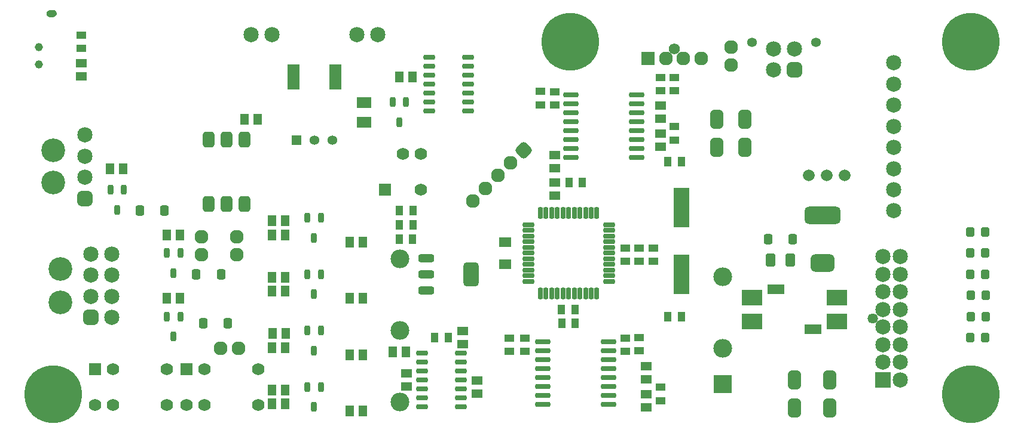
<source format=gts>
G04*
G04 #@! TF.GenerationSoftware,Altium Limited,Altium Designer,22.7.1 (60)*
G04*
G04 Layer_Color=8388736*
%FSLAX44Y44*%
%MOMM*%
G71*
G04*
G04 #@! TF.SameCoordinates,F110A0D0-B471-48EF-BBF6-E10C2EB46B9C*
G04*
G04*
G04 #@! TF.FilePolarity,Negative*
G04*
G01*
G75*
%ADD17C,1.0000*%
G04:AMPARAMS|DCode=42|XSize=1.66mm|YSize=2.26mm|CornerRadius=0.455mm|HoleSize=0mm|Usage=FLASHONLY|Rotation=0.000|XOffset=0mm|YOffset=0mm|HoleType=Round|Shape=RoundedRectangle|*
%AMROUNDEDRECTD42*
21,1,1.6600,1.3500,0,0,0.0*
21,1,0.7500,2.2600,0,0,0.0*
1,1,0.9100,0.3750,-0.6750*
1,1,0.9100,-0.3750,-0.6750*
1,1,0.9100,-0.3750,0.6750*
1,1,0.9100,0.3750,0.6750*
%
%ADD42ROUNDEDRECTD42*%
G04:AMPARAMS|DCode=43|XSize=0.81mm|YSize=1.41mm|CornerRadius=0.2425mm|HoleSize=0mm|Usage=FLASHONLY|Rotation=0.000|XOffset=0mm|YOffset=0mm|HoleType=Round|Shape=RoundedRectangle|*
%AMROUNDEDRECTD43*
21,1,0.8100,0.9250,0,0,0.0*
21,1,0.3250,1.4100,0,0,0.0*
1,1,0.4850,0.1625,-0.4625*
1,1,0.4850,-0.1625,-0.4625*
1,1,0.4850,-0.1625,0.4625*
1,1,0.4850,0.1625,0.4625*
%
%ADD43ROUNDEDRECTD43*%
%ADD44R,1.3100X1.5100*%
%ADD45R,1.0600X1.4600*%
%ADD46R,1.5100X1.3100*%
G04:AMPARAMS|DCode=47|XSize=0.76mm|YSize=1.61mm|CornerRadius=0.23mm|HoleSize=0mm|Usage=FLASHONLY|Rotation=90.000|XOffset=0mm|YOffset=0mm|HoleType=Round|Shape=RoundedRectangle|*
%AMROUNDEDRECTD47*
21,1,0.7600,1.1500,0,0,90.0*
21,1,0.3000,1.6100,0,0,90.0*
1,1,0.4600,0.5750,0.1500*
1,1,0.4600,0.5750,-0.1500*
1,1,0.4600,-0.5750,-0.1500*
1,1,0.4600,-0.5750,0.1500*
%
%ADD47ROUNDEDRECTD47*%
G04:AMPARAMS|DCode=48|XSize=1.16mm|YSize=2.26mm|CornerRadius=0.33mm|HoleSize=0mm|Usage=FLASHONLY|Rotation=90.000|XOffset=0mm|YOffset=0mm|HoleType=Round|Shape=RoundedRectangle|*
%AMROUNDEDRECTD48*
21,1,1.1600,1.6000,0,0,90.0*
21,1,0.5000,2.2600,0,0,90.0*
1,1,0.6600,0.8000,0.2500*
1,1,0.6600,0.8000,-0.2500*
1,1,0.6600,-0.8000,-0.2500*
1,1,0.6600,-0.8000,0.2500*
%
%ADD48ROUNDEDRECTD48*%
G04:AMPARAMS|DCode=49|XSize=3.46mm|YSize=2.26mm|CornerRadius=0.605mm|HoleSize=0mm|Usage=FLASHONLY|Rotation=90.000|XOffset=0mm|YOffset=0mm|HoleType=Round|Shape=RoundedRectangle|*
%AMROUNDEDRECTD49*
21,1,3.4600,1.0500,0,0,90.0*
21,1,2.2500,2.2600,0,0,90.0*
1,1,1.2100,0.5250,1.1250*
1,1,1.2100,0.5250,-1.1250*
1,1,1.2100,-0.5250,-1.1250*
1,1,1.2100,-0.5250,1.1250*
%
%ADD49ROUNDEDRECTD49*%
G04:AMPARAMS|DCode=50|XSize=1.36mm|YSize=1.26mm|CornerRadius=0.355mm|HoleSize=0mm|Usage=FLASHONLY|Rotation=270.000|XOffset=0mm|YOffset=0mm|HoleType=Round|Shape=RoundedRectangle|*
%AMROUNDEDRECTD50*
21,1,1.3600,0.5500,0,0,270.0*
21,1,0.6500,1.2600,0,0,270.0*
1,1,0.7100,-0.2750,-0.3250*
1,1,0.7100,-0.2750,0.3250*
1,1,0.7100,0.2750,0.3250*
1,1,0.7100,0.2750,-0.3250*
%
%ADD50ROUNDEDRECTD50*%
%ADD51R,1.4600X1.0600*%
%ADD52R,1.7600X1.3600*%
G04:AMPARAMS|DCode=53|XSize=0.76mm|YSize=2.16mm|CornerRadius=0.23mm|HoleSize=0mm|Usage=FLASHONLY|Rotation=90.000|XOffset=0mm|YOffset=0mm|HoleType=Round|Shape=RoundedRectangle|*
%AMROUNDEDRECTD53*
21,1,0.7600,1.7000,0,0,90.0*
21,1,0.3000,2.1600,0,0,90.0*
1,1,0.4600,0.8500,0.1500*
1,1,0.4600,0.8500,-0.1500*
1,1,0.4600,-0.8500,-0.1500*
1,1,0.4600,-0.8500,0.1500*
%
%ADD53ROUNDEDRECTD53*%
G04:AMPARAMS|DCode=54|XSize=0.71mm|YSize=1.66mm|CornerRadius=0.2175mm|HoleSize=0mm|Usage=FLASHONLY|Rotation=90.000|XOffset=0mm|YOffset=0mm|HoleType=Round|Shape=RoundedRectangle|*
%AMROUNDEDRECTD54*
21,1,0.7100,1.2250,0,0,90.0*
21,1,0.2750,1.6600,0,0,90.0*
1,1,0.4350,0.6125,0.1375*
1,1,0.4350,0.6125,-0.1375*
1,1,0.4350,-0.6125,-0.1375*
1,1,0.4350,-0.6125,0.1375*
%
%ADD54ROUNDEDRECTD54*%
G04:AMPARAMS|DCode=55|XSize=0.71mm|YSize=1.66mm|CornerRadius=0.2175mm|HoleSize=0mm|Usage=FLASHONLY|Rotation=0.000|XOffset=0mm|YOffset=0mm|HoleType=Round|Shape=RoundedRectangle|*
%AMROUNDEDRECTD55*
21,1,0.7100,1.2250,0,0,0.0*
21,1,0.2750,1.6600,0,0,0.0*
1,1,0.4350,0.1375,-0.6125*
1,1,0.4350,-0.1375,-0.6125*
1,1,0.4350,-0.1375,0.6125*
1,1,0.4350,0.1375,0.6125*
%
%ADD55ROUNDEDRECTD55*%
%ADD56R,2.1100X1.5600*%
%ADD57R,1.6600X3.6600*%
G04:AMPARAMS|DCode=58|XSize=1.46mm|YSize=1.26mm|CornerRadius=0.355mm|HoleSize=0mm|Usage=FLASHONLY|Rotation=270.000|XOffset=0mm|YOffset=0mm|HoleType=Round|Shape=RoundedRectangle|*
%AMROUNDEDRECTD58*
21,1,1.4600,0.5500,0,0,270.0*
21,1,0.7500,1.2600,0,0,270.0*
1,1,0.7100,-0.2750,-0.3750*
1,1,0.7100,-0.2750,0.3750*
1,1,0.7100,0.2750,0.3750*
1,1,0.7100,0.2750,-0.3750*
%
%ADD58ROUNDEDRECTD58*%
%ADD59R,2.3600X1.4600*%
G04:AMPARAMS|DCode=60|XSize=1.91mm|YSize=1.41mm|CornerRadius=0.3925mm|HoleSize=0mm|Usage=FLASHONLY|Rotation=90.000|XOffset=0mm|YOffset=0mm|HoleType=Round|Shape=RoundedRectangle|*
%AMROUNDEDRECTD60*
21,1,1.9100,0.6250,0,0,90.0*
21,1,1.1250,1.4100,0,0,90.0*
1,1,0.7850,0.3125,0.5625*
1,1,0.7850,0.3125,-0.5625*
1,1,0.7850,-0.3125,-0.5625*
1,1,0.7850,-0.3125,0.5625*
%
%ADD60ROUNDEDRECTD60*%
G04:AMPARAMS|DCode=61|XSize=5.16mm|YSize=2.46mm|CornerRadius=0.655mm|HoleSize=0mm|Usage=FLASHONLY|Rotation=0.000|XOffset=0mm|YOffset=0mm|HoleType=Round|Shape=RoundedRectangle|*
%AMROUNDEDRECTD61*
21,1,5.1600,1.1500,0,0,0.0*
21,1,3.8500,2.4600,0,0,0.0*
1,1,1.3100,1.9250,-0.5750*
1,1,1.3100,-1.9250,-0.5750*
1,1,1.3100,-1.9250,0.5750*
1,1,1.3100,1.9250,0.5750*
%
%ADD61ROUNDEDRECTD61*%
G04:AMPARAMS|DCode=62|XSize=3.46mm|YSize=2.46mm|CornerRadius=0.655mm|HoleSize=0mm|Usage=FLASHONLY|Rotation=0.000|XOffset=0mm|YOffset=0mm|HoleType=Round|Shape=RoundedRectangle|*
%AMROUNDEDRECTD62*
21,1,3.4600,1.1500,0,0,0.0*
21,1,2.1500,2.4600,0,0,0.0*
1,1,1.3100,1.0750,-0.5750*
1,1,1.3100,-1.0750,-0.5750*
1,1,1.3100,-1.0750,0.5750*
1,1,1.3100,1.0750,0.5750*
%
%ADD62ROUNDEDRECTD62*%
%ADD63R,2.9600X2.1600*%
G04:AMPARAMS|DCode=64|XSize=1.86mm|YSize=2.66mm|CornerRadius=0.505mm|HoleSize=0mm|Usage=FLASHONLY|Rotation=180.000|XOffset=0mm|YOffset=0mm|HoleType=Round|Shape=RoundedRectangle|*
%AMROUNDEDRECTD64*
21,1,1.8600,1.6500,0,0,180.0*
21,1,0.8500,2.6600,0,0,180.0*
1,1,1.0100,-0.4250,0.8250*
1,1,1.0100,0.4250,0.8250*
1,1,1.0100,0.4250,-0.8250*
1,1,1.0100,-0.4250,-0.8250*
%
%ADD64ROUNDEDRECTD64*%
%ADD65R,2.1600X5.6600*%
%ADD66C,2.1600*%
%ADD67R,2.1600X2.1600*%
%ADD68C,1.4600*%
%ADD69C,2.6600*%
%ADD70R,2.6600X2.6600*%
%ADD71C,1.7600*%
%ADD72R,1.7600X1.7600*%
%ADD73C,1.9600*%
G04:AMPARAMS|DCode=74|XSize=2.16mm|YSize=2.16mm|CornerRadius=0.58mm|HoleSize=0mm|Usage=FLASHONLY|Rotation=270.000|XOffset=0mm|YOffset=0mm|HoleType=Round|Shape=RoundedRectangle|*
%AMROUNDEDRECTD74*
21,1,2.1600,1.0000,0,0,270.0*
21,1,1.0000,2.1600,0,0,270.0*
1,1,1.1600,-0.5000,-0.5000*
1,1,1.1600,-0.5000,0.5000*
1,1,1.1600,0.5000,0.5000*
1,1,1.1600,0.5000,-0.5000*
%
%ADD74ROUNDEDRECTD74*%
%ADD75C,3.3600*%
%ADD76C,1.3600*%
%ADD77C,1.5600*%
%ADD78R,1.9600X1.9600*%
%ADD79C,1.6600*%
%ADD80C,8.1600*%
%ADD81C,1.1600*%
G04:AMPARAMS|DCode=82|XSize=1.96mm|YSize=1.96mm|CornerRadius=0.53mm|HoleSize=0mm|Usage=FLASHONLY|Rotation=315.000|XOffset=0mm|YOffset=0mm|HoleType=Round|Shape=RoundedRectangle|*
%AMROUNDEDRECTD82*
21,1,1.9600,0.9000,0,0,315.0*
21,1,0.9000,1.9600,0,0,315.0*
1,1,1.0600,0.0000,-0.6364*
1,1,1.0600,-0.6364,0.0000*
1,1,1.0600,0.0000,0.6364*
1,1,1.0600,0.6364,0.0000*
%
%ADD82ROUNDEDRECTD82*%
%ADD83R,1.3600X1.3600*%
G04:AMPARAMS|DCode=84|XSize=2.16mm|YSize=2.16mm|CornerRadius=0.58mm|HoleSize=0mm|Usage=FLASHONLY|Rotation=180.000|XOffset=0mm|YOffset=0mm|HoleType=Round|Shape=RoundedRectangle|*
%AMROUNDEDRECTD84*
21,1,2.1600,1.0000,0,0,180.0*
21,1,1.0000,2.1600,0,0,180.0*
1,1,1.1600,-0.5000,0.5000*
1,1,1.1600,0.5000,0.5000*
1,1,1.1600,0.5000,-0.5000*
1,1,1.1600,-0.5000,-0.5000*
%
%ADD84ROUNDEDRECTD84*%
D17*
X50000Y590000D02*
G03*
X45466Y589742I0J-40000D01*
G01*
D42*
X320800Y411000D02*
D03*
X295400D02*
D03*
X270000D02*
D03*
X320800Y320000D02*
D03*
X295400D02*
D03*
X270000D02*
D03*
D43*
X419500Y271500D02*
D03*
X410000Y300000D02*
D03*
X429000D02*
D03*
X220500Y221500D02*
D03*
X211000Y250000D02*
D03*
X230000D02*
D03*
X220500Y131500D02*
D03*
X211000Y160000D02*
D03*
X230000D02*
D03*
X419500Y31500D02*
D03*
X410000Y60000D02*
D03*
X429000D02*
D03*
X419500Y111500D02*
D03*
X410000Y140000D02*
D03*
X429000D02*
D03*
X419500Y191500D02*
D03*
X410000Y220000D02*
D03*
X429000D02*
D03*
X540000Y435750D02*
D03*
X530500Y464250D02*
D03*
X549500D02*
D03*
X140500Y311500D02*
D03*
X131000Y340000D02*
D03*
X150000D02*
D03*
D44*
X229750Y185750D02*
D03*
X211250D02*
D03*
X530750Y110000D02*
D03*
X549250D02*
D03*
X540000Y500000D02*
D03*
X558500D02*
D03*
X149250Y370000D02*
D03*
X130750D02*
D03*
X229750Y275750D02*
D03*
X211250D02*
D03*
X488750Y265750D02*
D03*
X470250D02*
D03*
X488750Y105750D02*
D03*
X470250D02*
D03*
X488750Y25750D02*
D03*
X470250D02*
D03*
X488750Y185750D02*
D03*
X470250D02*
D03*
X378750Y275750D02*
D03*
X360250D02*
D03*
X378750Y195750D02*
D03*
X360250D02*
D03*
X378750Y215750D02*
D03*
X360250D02*
D03*
X378750Y295750D02*
D03*
X360250D02*
D03*
X379500Y135750D02*
D03*
X361000D02*
D03*
X378750Y115750D02*
D03*
X360250D02*
D03*
X378750Y55750D02*
D03*
X360250D02*
D03*
X378750Y35750D02*
D03*
X360250D02*
D03*
X339250Y440000D02*
D03*
X320750D02*
D03*
D45*
X789000Y170000D02*
D03*
X770000D02*
D03*
X789500Y150000D02*
D03*
X770500D02*
D03*
X590500Y130000D02*
D03*
X609500D02*
D03*
X780500Y350000D02*
D03*
X799500D02*
D03*
X540000Y270000D02*
D03*
X559000D02*
D03*
X540500Y290000D02*
D03*
X559500D02*
D03*
X540500Y310000D02*
D03*
X559500D02*
D03*
X920500Y380000D02*
D03*
X939500D02*
D03*
X920500Y160000D02*
D03*
X939500D02*
D03*
D46*
X630000Y139250D02*
D03*
Y120750D02*
D03*
X550000Y60750D02*
D03*
Y79250D02*
D03*
X650000Y69250D02*
D03*
Y50750D02*
D03*
X760000Y389250D02*
D03*
Y370750D02*
D03*
Y350000D02*
D03*
Y331500D02*
D03*
X90000Y519250D02*
D03*
Y500750D02*
D03*
X910000Y459250D02*
D03*
Y440750D02*
D03*
Y419250D02*
D03*
Y400750D02*
D03*
X890000Y89250D02*
D03*
Y70750D02*
D03*
Y49250D02*
D03*
Y30750D02*
D03*
D47*
X627250Y31900D02*
D03*
Y44600D02*
D03*
Y57300D02*
D03*
Y70000D02*
D03*
Y82700D02*
D03*
Y95400D02*
D03*
Y108100D02*
D03*
X572750Y31900D02*
D03*
Y44600D02*
D03*
Y57300D02*
D03*
Y70000D02*
D03*
Y82700D02*
D03*
Y95400D02*
D03*
Y108100D02*
D03*
X637250Y451900D02*
D03*
Y464600D02*
D03*
Y477300D02*
D03*
Y490000D02*
D03*
Y502700D02*
D03*
Y515400D02*
D03*
Y528100D02*
D03*
X582750Y451900D02*
D03*
Y464600D02*
D03*
Y477300D02*
D03*
Y490000D02*
D03*
Y502700D02*
D03*
Y515400D02*
D03*
Y528100D02*
D03*
D48*
X578500Y243000D02*
D03*
Y220000D02*
D03*
Y197000D02*
D03*
D49*
X641500Y220000D02*
D03*
D50*
X1370000Y280000D02*
D03*
X1349000D02*
D03*
X1370000Y250000D02*
D03*
X1349000D02*
D03*
X1370000Y220000D02*
D03*
X1349000D02*
D03*
X1370500Y190000D02*
D03*
X1349500D02*
D03*
X1370500Y160000D02*
D03*
X1349500D02*
D03*
X1370000Y130000D02*
D03*
X1349000D02*
D03*
D51*
X860000Y238000D02*
D03*
Y257000D02*
D03*
X880000Y238000D02*
D03*
Y257000D02*
D03*
X900000Y238000D02*
D03*
Y257000D02*
D03*
X930000Y499500D02*
D03*
Y480500D02*
D03*
X910000Y499500D02*
D03*
Y480500D02*
D03*
X740000Y460500D02*
D03*
Y479500D02*
D03*
X760000Y460000D02*
D03*
Y479000D02*
D03*
X880000Y130000D02*
D03*
Y111000D02*
D03*
X860000Y129500D02*
D03*
Y110500D02*
D03*
X695999D02*
D03*
Y129500D02*
D03*
X717999Y110500D02*
D03*
Y129500D02*
D03*
X90000Y559500D02*
D03*
Y540500D02*
D03*
X930000Y429500D02*
D03*
Y410500D02*
D03*
X910000Y59500D02*
D03*
Y40500D02*
D03*
D52*
X690000Y265500D02*
D03*
Y234500D02*
D03*
D53*
X876500Y385550D02*
D03*
Y398250D02*
D03*
Y410950D02*
D03*
Y423650D02*
D03*
Y436350D02*
D03*
Y449050D02*
D03*
Y461750D02*
D03*
Y474450D02*
D03*
X783500Y385550D02*
D03*
Y398250D02*
D03*
Y410950D02*
D03*
Y423650D02*
D03*
Y436350D02*
D03*
Y449050D02*
D03*
Y461750D02*
D03*
Y474450D02*
D03*
X836500Y35550D02*
D03*
Y48250D02*
D03*
Y60950D02*
D03*
Y73650D02*
D03*
Y86350D02*
D03*
Y99050D02*
D03*
Y111750D02*
D03*
Y124450D02*
D03*
X743500Y35550D02*
D03*
Y48250D02*
D03*
Y60950D02*
D03*
Y73650D02*
D03*
Y86350D02*
D03*
Y99050D02*
D03*
Y111750D02*
D03*
Y124450D02*
D03*
D54*
X723000Y290000D02*
D03*
Y282000D02*
D03*
Y274000D02*
D03*
Y266000D02*
D03*
Y258000D02*
D03*
Y250000D02*
D03*
Y242000D02*
D03*
Y234000D02*
D03*
Y226000D02*
D03*
Y218000D02*
D03*
Y210000D02*
D03*
X837000D02*
D03*
Y218000D02*
D03*
Y226000D02*
D03*
Y234000D02*
D03*
Y242000D02*
D03*
Y250000D02*
D03*
Y258000D02*
D03*
Y266000D02*
D03*
Y274000D02*
D03*
Y282000D02*
D03*
Y290000D02*
D03*
D55*
X740000Y193000D02*
D03*
X748000D02*
D03*
X756000D02*
D03*
X764000D02*
D03*
X772000D02*
D03*
X780000D02*
D03*
X788000D02*
D03*
X796000D02*
D03*
X804000D02*
D03*
X812000D02*
D03*
X820000D02*
D03*
Y307000D02*
D03*
X812000D02*
D03*
X804000D02*
D03*
X796000D02*
D03*
X788000D02*
D03*
X780000D02*
D03*
X772000D02*
D03*
X764000D02*
D03*
X756000D02*
D03*
X748000D02*
D03*
X740000D02*
D03*
D56*
X490000Y464000D02*
D03*
Y436000D02*
D03*
D57*
X390000Y500000D02*
D03*
X450000D02*
D03*
D58*
X172500Y310000D02*
D03*
X207500D02*
D03*
X262500Y150000D02*
D03*
X297500D02*
D03*
X252500Y220000D02*
D03*
X287500D02*
D03*
X1097500Y270000D02*
D03*
X1062500D02*
D03*
D59*
X1073500Y198250D02*
D03*
X1126433Y141683D02*
D03*
D60*
X1065750Y240000D02*
D03*
X1094250D02*
D03*
D61*
X1140000Y304000D02*
D03*
D62*
Y236000D02*
D03*
D63*
X1160000Y153250D02*
D03*
Y186750D02*
D03*
X1040000Y153250D02*
D03*
Y186750D02*
D03*
D64*
X990000Y400500D02*
D03*
Y440000D02*
D03*
X1030000Y400250D02*
D03*
Y439750D02*
D03*
X1100000Y30250D02*
D03*
Y69750D02*
D03*
X1150000Y30250D02*
D03*
Y69750D02*
D03*
D65*
X940000Y220000D02*
D03*
Y315000D02*
D03*
D66*
X1250000Y245000D02*
D03*
X1225000Y220000D02*
D03*
X1250000D02*
D03*
X1225000Y195000D02*
D03*
X1250000D02*
D03*
X1225000Y170000D02*
D03*
X1250000D02*
D03*
X1225000Y145000D02*
D03*
X1250000Y70000D02*
D03*
Y95000D02*
D03*
X1225000D02*
D03*
Y120000D02*
D03*
Y245000D02*
D03*
X1250000Y145000D02*
D03*
Y120000D02*
D03*
X95000Y417600D02*
D03*
Y387600D02*
D03*
Y357600D02*
D03*
X1100000Y540000D02*
D03*
X1070000Y510000D02*
D03*
Y540000D02*
D03*
X103200Y218500D02*
D03*
X133200D02*
D03*
Y158500D02*
D03*
Y188500D02*
D03*
Y248500D02*
D03*
X103200Y188500D02*
D03*
Y248500D02*
D03*
X510000Y560000D02*
D03*
X480000D02*
D03*
X360000D02*
D03*
X330000D02*
D03*
X1240000Y490000D02*
D03*
Y520000D02*
D03*
Y460000D02*
D03*
Y430000D02*
D03*
Y400000D02*
D03*
Y370000D02*
D03*
Y340000D02*
D03*
Y310000D02*
D03*
D67*
X1225000Y70000D02*
D03*
D68*
X1211195Y157500D02*
D03*
D69*
X541400Y241600D02*
D03*
Y140000D02*
D03*
X998600Y216200D02*
D03*
Y114600D02*
D03*
X541400Y38400D02*
D03*
D70*
X998600Y63800D02*
D03*
D71*
X210800Y34600D02*
D03*
X134600D02*
D03*
X109200D02*
D03*
X210800Y85400D02*
D03*
X134600D02*
D03*
X340800Y34600D02*
D03*
X264600D02*
D03*
X239200D02*
D03*
X340800Y85400D02*
D03*
X264600D02*
D03*
X570800Y390800D02*
D03*
X545400D02*
D03*
X570800Y340000D02*
D03*
D72*
X109200Y85400D02*
D03*
X239200D02*
D03*
X520000Y340000D02*
D03*
D73*
X287350Y114581D02*
D03*
X312750D02*
D03*
X310000Y247300D02*
D03*
Y272700D02*
D03*
X260000Y247300D02*
D03*
Y272700D02*
D03*
X942500Y526600D02*
D03*
X967500D02*
D03*
X917500D02*
D03*
X644079Y324079D02*
D03*
X662039Y342039D02*
D03*
X680000Y360000D02*
D03*
X697961Y377961D02*
D03*
X1010000Y517300D02*
D03*
Y542700D02*
D03*
D74*
X95000Y327600D02*
D03*
X1100000Y510000D02*
D03*
D75*
X50000Y350000D02*
D03*
Y396100D02*
D03*
X60000Y180000D02*
D03*
Y227000D02*
D03*
D76*
X1130000Y549400D02*
D03*
X1040000D02*
D03*
X445400Y410000D02*
D03*
X420000D02*
D03*
D77*
X930000Y540000D02*
D03*
D78*
X892500Y526600D02*
D03*
D79*
X1145400Y360000D02*
D03*
X1170800D02*
D03*
X1120000D02*
D03*
D80*
X1350000Y50000D02*
D03*
Y550000D02*
D03*
X50000Y50000D02*
D03*
X782500Y550000D02*
D03*
D81*
X30000Y542500D02*
D03*
Y517500D02*
D03*
D82*
X715921Y395921D02*
D03*
D83*
X394600Y410000D02*
D03*
D84*
X103200Y158500D02*
D03*
M02*

</source>
